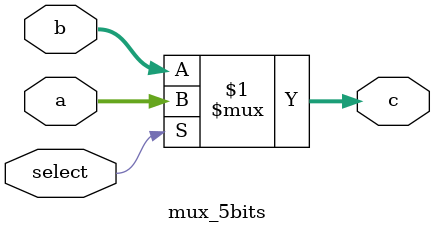
<source format=v>
module mux_5bits(
	input	[4:0]	a,b,
	input	select,
	output	[4:0]	c
	);
assign	c = select ? a : b;
endmodule

</source>
